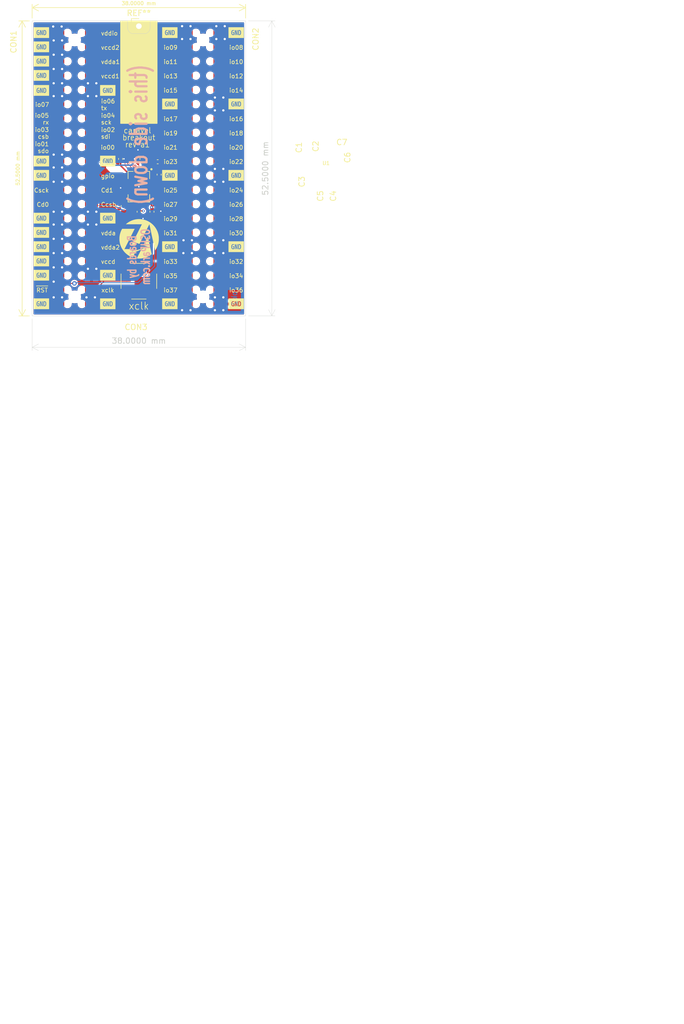
<source format=kicad_pcb>
(kicad_pcb (version 20211014) (generator pcbnew)
  (layers (0 "F.Cu" signal) (31 "B.Cu" signal) (34 "B.Paste" user) (35 "F.Paste" user) (36 "B.SilkS" user "B.Silkscreen") (37 "F.SilkS" user "F.Silkscreen") (38 "B.Mask" user) (39 "F.Mask" user) (44 "Edge.Cuts" user))
  (net 0 "")
  (net 1 "GND")
  (net 2 "vddio")
  (net 3 "vccd2")
  (net 4 "vccd1")
  (net 5 "vdda1")
  (net 6 "vdda2")
  (net 7 "mprj_io[18]")
  (net 8 "mprj_io[17]")
  (net 9 "mprj_io[16]")
  (net 10 "mprj_io[15]")
  (net 11 "mprj_io[14]")
  (net 12 "mprj_io[13]")
  (net 13 "mprj_io[12]")
  (net 14 "mprj_io[11]")
  (net 15 "mprj_io[10]")
  (net 16 "mprj_io[9]")
  (net 17 "mprj_io[8]")
  (net 18 "mprj_io[7]")
  (net 19 "mprj_io[6]_ser_tx")
  (net 20 "mprj_io[5]_ser_rx")
  (net 21 "mprj_io[0]")
  (net 22 "mprj_io[33]")
  (net 23 "mprj_io[32]")
  (net 24 "mprj_io[31]")
  (net 25 "mprj_io[30]")
  (net 26 "mprj_io[29]")
  (net 27 "mprj_io[28]")
  (net 28 "mprj_io[27]")
  (net 29 "mprj_io[26]")
  (net 30 "mprj_io[25]")
  (net 31 "mprj_io[24]")
  (net 32 "mprj_io[23]")
  (net 33 "mprj_io[22]")
  (net 34 "mprj_io[21]")
  (net 35 "mprj_io[20]")
  (net 36 "mprj_io[19]")
  (net 37 "mprj_io[4]_SCK")
  (net 38 "mprj_io[3]_CSB")
  (net 39 "mprj_io[2]_SDI")
  (net 40 "mprj_io[1]_SDO")
  (net 41 "gpio")
  (net 42 "Caravel_D0")
  (net 43 "Caravel_CSB")
  (net 44 "~{RST}")
  (net 45 "Caravel_D1")
  (net 46 "xclk")
  (net 47 "mprj_io[36]")
  (net 48 "mprj_io[37]")
  (net 49 "Caravel_SCK")
  (net 50 "mprj_io[34]")
  (net 51 "mprj_io[35]")
  (net 52 "vdda")
  (net 53 "vccd")
  (footprint "Caravel:Caravel_WCSP" (layer "F.Cu") (at 19 -23)
    (fp_text reference "U1")
    (fp_text value "Caravel")
  )
  (footprint "Capacitor_SMD:C_0402_1005Metric" (layer "F.Cu") (at 22.352 -27.432 180)
    (fp_text reference "C7")
    (fp_text value "0.1uf")
  )
  (footprint "Capacitor_SMD:C_0402_1005Metric" (layer "F.Cu") (at 15.748 -27.94 -90)
    (fp_text reference "C1")
    (fp_text value "0.1uf")
  )
  (footprint "Capacitor_SMD:C_0402_1005Metric" (layer "F.Cu") (at 18.84252 -27.94 90)
    (fp_text reference "C2")
    (fp_text value "0.1uf")
  )
  (footprint "Capacitor_SMD:C_0402_1005Metric" (layer "F.Cu") (at 22.606 -25.146 90)
    (fp_text reference "C6")
    (fp_text value "0.1uf")
  )
  (footprint "Capacitor_SMD:C_0402_1005Metric" (layer "F.Cu") (at 21.336 -18.542 90)
    (fp_text reference "C4")
    (fp_text value "0.1uf")
  )
  (footprint "Capacitor_SMD:C_0402_1005Metric" (layer "F.Cu") (at 15.494 -19.558 -90)
    (fp_text reference "C3")
    (fp_text value "0.1uf")
  )
  (footprint "Capacitor_SMD:C_0402_1005Metric" (layer "F.Cu") (at 19.05 -18.542 90)
    (fp_text reference "C5")
    (fp_text value "0.1uf")
  )
  (footprint "kibuzzard-6288F08E" (layer "F.Cu") (at 36.322 -12.319)
    (fp_text reference "kibuzzard-6288F08E" hide)
    (fp_text value "G***" hide)
  )
  (footprint "Caravel:REF-182665-01" (layer "F.Cu") (at 30.427401 -26.25 -90)
    (fp_text reference "CON2")
    (fp_text value "REF-182665-01")
  )
  (footprint "kibuzzard-6288F08E" (layer "F.Cu") (at 13.462 -17.399)
    (fp_text reference "kibuzzard-6288F08E" hide)
    (fp_text value "G***" hide)
  )
  (footprint "kibuzzard-6288F08E" (layer "F.Cu") (at 36.322 -25.019)
    (fp_text reference "kibuzzard-6288F08E" hide)
    (fp_text value "G***" hide)
  )
  (footprint "kibuzzard-6288F08E" (layer "F.Cu") (at 24.511 -12.319)
    (fp_text reference "kibuzzard-6288F08E" hide)
    (fp_text value "G***" hide)
  )
  (footprint "kibuzzard-6288F08E" (layer "F.Cu") (at 24.511 -25.019)
    (fp_text reference "kibuzzard-6288F08E" hide)
    (fp_text value "G***" hide)
  )
  (footprint "kibuzzard-6288F08E" (layer "F.Cu") (at 1.651 -2.159)
    (fp_text reference "kibuzzard-6288F08E" hide)
    (fp_text value "G***" hide)
  )
  (footprint "kibuzzard-6288F08E" (layer "F.Cu") (at 13.462 -27.559)
    (fp_text reference "kibuzzard-6288F08E" hide)
    (fp_text value "G***" hide)
  )
  (footprint "kibuzzard-6288F08E" (layer "F.Cu") (at 1.651 -50.419)
    (fp_text reference "kibuzzard-6288F08E" hide)
    (fp_text value "G***" hide)
  )
  (footprint "kibuzzard-6288F08E" (layer "F.Cu") (at 1.651 -27.559)
    (fp_text reference "kibuzzard-6288F08E" hide)
    (fp_text value "G***" hide)
  )
  (footprint "kibuzzard-6288F08E" (layer "F.Cu") (at 13.462 -7.239)
    (fp_text reference "kibuzzard-6288F08E" hide)
    (fp_text value "G***" hide)
  )
  (footprint "kibuzzard-6288F08E" (layer "F.Cu") (at 1.651 -17.399)
    (fp_text reference "kibuzzard-6288F08E" hide)
    (fp_text value "G***" hide)
  )
  (footprint "kibuzzard-6288F08E" (layer "F.Cu") (at 1.651 -40.132)
    (fp_text reference "kibuzzard-6288F08E" hide)
    (fp_text value "G***" hide)
  )
  (footprint "kibuzzard-6288F08E" (layer "F.Cu") (at 1.651 -25.019)
    (fp_text reference "kibuzzard-6288F08E" hide)
    (fp_text value "G***" hide)
  )
  (footprint "kibuzzard-6288F08E" (layer "F.Cu") (at 36.322 -2.159)
    (fp_text reference "kibuzzard-6288F08E" hide)
    (fp_text value "G***" hide)
  )
  (footprint "kibuzzard-6288F08E" (layer "F.Cu") (at 24.511 -50.419)
    (fp_text reference "kibuzzard-6288F08E" hide)
    (fp_text value "G***" hide)
  )
  (footprint "kibuzzard-6288F08E" (layer "F.Cu") (at 13.462 -2.159)
    (fp_text reference "kibuzzard-6288F08E" hide)
    (fp_text value "G***" hide)
  )
  (footprint "kibuzzard-6288F08E" (layer "F.Cu") (at 1.651 -7.239)
    (fp_text reference "kibuzzard-6288F08E" hide)
    (fp_text value "G***" hide)
  )
  (footprint "Caravel:Molex_73251-1352" (layer "F.Cu") (at 19 -6.174121)
    (fp_text reference "CON3")
    (fp_text value "73251-1352")
  )
  (footprint "kibuzzard-6288F08E" (layer "F.Cu") (at 1.651 -12.319)
    (fp_text reference "kibuzzard-6288F08E" hide)
    (fp_text value "G***" hide)
  )
  (footprint "kibuzzard-6288F08E" (layer "F.Cu") (at 36.322 -37.719)
    (fp_text reference "kibuzzard-6288F08E" hide)
    (fp_text value "G***" hide)
  )
  (footprint "kibuzzard-6288F08E" (layer "F.Cu") (at 1.651 -45.339)
    (fp_text reference "kibuzzard-6288F08E" hide)
    (fp_text value "G***" hide)
  )
  (footprint "kibuzzard-6288F08E" (layer "F.Cu") (at 1.651 -42.799)
    (fp_text reference "kibuzzard-6288F08E" hide)
    (fp_text value "G***" hide)
  )
  (footprint "kibuzzard-6288F08E" (layer "F.Cu") (at 24.511 -37.719)
    (fp_text reference "kibuzzard-6288F08E" hide)
    (fp_text value "G***" hide)
  )
  (footprint "Caravel:REF-182665-01" (layer "F.Cu") (at 7.567401 -26.25 -90)
    (fp_text reference "CON1")
    (fp_text value "REF-182665-01")
  )
  (footprint "kibuzzard-6288F08E" (layer "F.Cu") (at 1.651 -14.859)
    (fp_text reference "kibuzzard-6288F08E" hide)
    (fp_text value "G***" hide)
  )
  (footprint "kibuzzard-6288F08E" (layer "F.Cu") (at 13.462 -40.132)
    (fp_text reference "kibuzzard-6288F08E" hide)
    (fp_text value "G***" hide)
  )
  (footprint "kibuzzard-6288F08E" (layer "F.Cu") (at 24.511 -2.159)
    (fp_text reference "kibuzzard-6288F08E" hide)
    (fp_text value "G***" hide)
  )
  (footprint "kibuzzard-6288F08E" (layer "F.Cu") (at 1.651 -47.879)
    (fp_text reference "kibuzzard-6288F08E" hide)
    (fp_text value "G***" hide)
  )
  (footprint "kibuzzard-6288F08E" (layer "F.Cu") (at 1.651 -9.779)
    (fp_text reference "kibuzzard-6288F08E" hide)
    (fp_text value "G***" hide)
  )
  (footprint "Connector_PinHeader_2.54mm:PinHeader_1x01_P2.54mm_Vertical" (layer "F.Cu") (at 19 -51.562)
    (fp_text reference "REF**")
    (fp_text value "PinHeader_1x01_P2.54mm_Vertical")
  )
  (footprint "kibuzzard-6288F08E" (layer "F.Cu") (at 36.322 -50.419)
    (fp_text reference "kibuzzard-6288F08E" hide)
    (fp_text value "G***" hide)
  )
  (gr_line (start 14.45 -19.624121) (end 16.4 -18.724121) (layer "B.Cu") (width 0.2))
  (gr_line (start 11.9 -19.624121) (end 14.45 -19.624121) (layer "B.Cu") (width 0.2))
  (gr_poly (pts (xy 18.90591 -10.209499) (xy 18.772363 -10.214347) (xy 18.70585 -10.222539) (xy 18.639337 -10.230731) (xy 18.636543 -10.233525) (xy 18.63375 -10.236319) (xy 19.026157 -11.016545) (xy 19.418564 -11.796772) (xy 19.414536 -11.8008) (xy 19.410508 -11.804829) (xy 18.903648 -11.599398) (xy 18.396789 -11.393968) (xy 18.146819 -10.896766) (xy 17.896849 -10.399564) (xy 17.849621 -10.417215) (xy 17.802392 -10.434866) (xy 17.739134 -10.460003) (xy 17.675875 -10.485139) (xy 17.584501 -10.526825) (xy 17.493127 -10.568511) (xy 17.419324 -10.607857) (xy 17.345522 -10.647203) (xy 17.268206 -10.692852) (xy 17.190889 -10.738501) (xy 17.106544 -10.79475) (xy 17.022199 -10.850999) (xy 16.944882 -10.909031) (xy 16.867566 -10.967063) (xy 16.811336 -11.013785) (xy 16.755105 -11.060507) (xy 16.660217 -11.147499) (xy 16.565328 -11.234492) (xy 16.479754 -11.327974) (xy 16.39418 -11.421457) (xy 16.347289 -11.477686) (xy 16.300399 -11.533917) (xy 16.242315 -11.611233) (xy 16.184231 -11.68855) (xy 16.128112 -11.772895) (xy 16.071994 -11.85724) (xy 16.024026 -11.938071) (xy 15.976059 -12.018902) (xy 15.918737 -12.131362) (xy 15.861416 -12.243822) (xy 15.817839 -12.346867) (xy 15.774262 -12.449911) (xy 15.739034 -12.550058) (xy 15.703805 -12.650204) (xy 15.676149 -12.745736) (xy 15.648493 -12.841268) (xy 15.627937 -12.932642) (xy 15.607382 -13.024016) (xy 15.592614 -13.108361) (xy 15.577846 -13.192706) (xy 15.567798 -13.270023) (xy 15.55775 -13.347339) (xy 15.549324 -13.456997) (xy 15.540897 -13.566653) (xy 15.544596 -13.783835) (xy 15.548295 -14.001016) (xy 15.559522 -14.095904) (xy 15.57075 -14.190792) (xy 15.588937 -14.299739) (xy 15.607124 -14.408685) (xy 15.623852 -14.482487) (xy 15.64058 -14.556289) (xy 15.669129 -14.66015) (xy 15.697678 -14.764011) (xy 15.73507 -14.871013) (xy 15.772461 -14.978016) (xy 15.807969 -15.062361) (xy 15.843477 -15.146706) (xy 15.879449 -15.223516) (xy 15.91542 -15.300325) (xy 15.969069 -15.397478) (xy 16.022717 -15.494631) (xy 17.135766 -15.494631) (xy 18.248814 -15.494631) (xy 18.198782 -15.394471) (xy 18.14875 -15.294311) (xy 17.295538 -13.596109) (xy 16.442325 -11.897907) (xy 16.442325 -11.89342) (xy 16.442325 -11.888932) (xy 17.203691 -11.887143) (xy 17.965056 -11.885355) (xy 17.864782 -11.692064) (xy 17.764507 -11.498772) (xy 17.764121 -11.490899) (xy 17.763734 -11.483026) (xy 17.849837 -11.505675) (xy 17.935939 -11.528323) (xy 19.329518 -11.892626) (xy 20.723097 -12.256928) (xy 20.717701 -12.261723) (xy 20.712305 -12.266518) (xy 20.262463 -12.419679) (xy 19.812622 -12.57284) (xy 19.810956 -12.574003) (xy 19.80929 -12.575165) (xy 20.196389 -13.344321) (xy 20.583488 -14.113477) (xy 20.588179 -14.118424) (xy 20.59287 -14.123372) (xy 20.929677 -12.56858) (xy 21.266483 -11.013788) (xy 21.269087 -11.006182) (xy 21.27169 -10.998575) (xy 21.199347 -10.942357) (xy 21.127003 -10.886138) (xy 21.067258 -10.844082) (xy 21.007514 -10.802025) (xy 20.929413 -10.752257) (xy 20.851311 -10.702489) (xy 20.747829 -10.644751) (xy 20.644346 -10.587013) (xy 20.563975 -10.549104) (xy 20.483605 -10.511194) (xy 20.390606 -10.471903) (xy 20.297607 -10.432612) (xy 20.164061 -10.387988) (xy 20.030514 -10.343365) (xy 19.935625 -10.319023) (xy 19.840737 -10.294681) (xy 19.770449 -10.280298) (xy 19.700161 -10.265916) (xy 19.615816 -10.251723) (xy 19.531471 -10.237531) (xy 19.436583 -10.226688) (xy 19.341694 -10.215847) (xy 19.232748 -10.212256) (xy 19.123802 -10.208666) (xy 19.081629 -10.206659) (xy 19.039456 -10.204652) (xy 18.90591 -10.209499)) (layer "F.SilkS") (width 0.007028) (fill solid))
  (gr_rect (start 15.75 -52.5) (end 22.25 -34.25) (layer "F.SilkS") (width 0.12) (fill solid))
  (gr_poly (pts (xy 21.377142 -13.978174) (xy 20.875827 -16.306455) (xy 20.87314 -16.309384) (xy 20.870452 -16.312313) (xy 20.867837 -16.309384) (xy 20.865221 -16.306455) (xy 19.98818 -14.56332) (xy 19.111139 -12.820184) (xy 19.108928 -12.817498) (xy 19.106718 -12.814814) (xy 18.816068 -12.913459) (xy 18.525417 -13.012104) (xy 18.448698 -12.858156) (xy 18.371978 -12.704208) (xy 18.050931 -12.704208) (xy 17.729884 -12.704208) (xy 17.883135 -13.008203) (xy 18.036387 -13.312198) (xy 18.7892 -14.807952) (xy 19.542014 -16.303705) (xy 19.542014 -16.306821) (xy 19.542014 -16.309936) (xy 18.115233 -16.31171) (xy 16.688452 -16.313484) (xy 16.749385 -16.3662) (xy 16.810319 -16.418916) (xy 16.883009 -16.476631) (xy 16.9557 -16.534346) (xy 17.034636 -16.58921) (xy 17.113572 -16.644075) (xy 17.181064 -16.687185) (xy 17.248556 -16.730294) (xy 17.358631 -16.791472) (xy 17.468707 -16.852649) (xy 17.575805 -16.901995) (xy 17.682903 -16.951342) (xy 17.763734 -16.982906) (xy 17.844565 -17.01447) (xy 17.914853 -17.038499) (xy 17.98514 -17.062528) (xy 18.081994 -17.090622) (xy 18.178848 -17.118716) (xy 18.271771 -17.139841) (xy 18.364694 -17.160967) (xy 18.466611 -17.178003) (xy 18.568528 -17.195039) (xy 18.666931 -17.206351) (xy 18.765334 -17.217663) (xy 18.908067 -17.222505) (xy 19.0508 -17.227348) (xy 19.189292 -17.222571) (xy 19.327785 -17.217794) (xy 19.431029 -17.20648) (xy 19.534273 -17.195166) (xy 19.634789 -17.177672) (xy 19.735305 -17.160177) (xy 19.802079 -17.145973) (xy 19.868852 -17.13177) (xy 19.948503 -17.110496) (xy 20.028153 -17.089222) (xy 20.117193 -17.06094) (xy 20.206232 -17.032657) (xy 20.30815 -16.993643) (xy 20.410067 -16.954629) (xy 20.527744 -16.900172) (xy 20.645421 -16.845714) (xy 20.74915 -16.787456) (xy 20.85288 -16.729197) (xy 20.930196 -16.679957) (xy 21.007513 -16.630716) (xy 21.088344 -16.573205) (xy 21.169175 -16.515694) (xy 21.253519 -16.447552) (xy 21.337865 -16.37941) (xy 21.433954 -16.291251) (xy 21.530043 -16.203092) (xy 21.592752 -16.135285) (xy 21.65546 -16.067477) (xy 21.707526 -16.007582) (xy 21.759592 -15.947686) (xy 21.809615 -15.884578) (xy 21.859639 -15.82147) (xy 21.911736 -15.747668) (xy 21.963835 -15.673866) (xy 22.013505 -15.596549) (xy 22.063176 -15.519233) (xy 22.124736 -15.408439) (xy 22.186297 -15.297646) (xy 22.235226 -15.191294) (xy 22.284154 -15.084942) (xy 22.312403 -15.014037) (xy 22.340651 -14.943132) (xy 22.370975 -14.854602) (xy 22.401298 -14.766073) (xy 22.426197 -14.678754) (xy 22.451096 -14.591435) (xy 22.47203 -14.500061) (xy 22.492962 -14.408687) (xy 22.511106 -14.29974) (xy 22.529251 -14.190794) (xy 22.540479 -14.095906) (xy 22.551705 -14.001017) (xy 22.555404 -13.783836) (xy 22.559103 -13.566655) (xy 22.550678 -13.456998) (xy 22.54225 -13.347341) (xy 22.532268 -13.270739) (xy 22.522285 -13.194136) (xy 22.511295 -13.130164) (xy 22.500304 -13.066191) (xy 22.489734 -13.013475) (xy 22.479162 -12.960759) (xy 22.451095 -12.848299) (xy 22.423027 -12.735839) (xy 22.378383 -12.602292) (xy 22.33374 -12.468745) (xy 22.294449 -12.375746) (xy 22.255158 -12.282747) (xy 22.217248 -12.202376) (xy 22.179339 -12.122006) (xy 22.121479 -12.017739) (xy 22.06362 -11.913471) (xy 21.976519 -11.781682) (xy 21.889419 -11.649892) (xy 21.883938 -11.649892) (xy 21.878457 -11.649892) (xy 21.377142 -13.978174)) (layer "F.SilkS") (width 0.007028) (fill solid))
  (gr_line (start 0.762 -5.334) (end 2.794 -5.334) (layer "F.SilkS") (width 0.12))
  (gr_line (start 21 -52.5) (end 38 -52.5) (layer "Edge.Cuts") (width 0.05))
  (gr_arc (start 17.75 -50.25) (mid 17.21735 -50.631763) (end 17 -51.25) (layer "Edge.Cuts") (width 0.05))
  (gr_line (start 17 -52.5) (end 17 -51.25) (layer "Edge.Cuts") (width 0.05))
  (gr_line locked (start 0 0) (end 38 0) (layer "Edge.Cuts") (width 0.05))
  (gr_arc (start 21 -51.25) (mid 20.782649 -50.631763) (end 20.25 -50.25) (layer "Edge.Cuts") (width 0.05))
  (gr_line (start 0 -52.5) (end 17 -52.5) (layer "Edge.Cuts") (width 0.05))
  (gr_line (start 20.25 -50.25) (end 17.75 -50.25) (layer "Edge.Cuts") (width 0.05))
  (gr_line locked (start 0 -52.5) (end 0 0) (layer "Edge.Cuts") (width 0.05))
  (gr_line (start 21 -52.5) (end 21 -51.25) (layer "Edge.Cuts") (width 0.05))
  (gr_line locked (start 38 -52.5) (end 38 0) (layer "Edge.Cuts") (width 0.05))
  (gr_text "ok'22" (at 36 -2.75 90) (layer "B.Cu") (effects (font (size 1 0.75) (thickness 0.127)) (justify mirror)))
  (gr_text "(this side down)" (at 19 -32.25 90) (layer "B.SilkS") (effects (font (size 3 2) (thickness 0.4)) (justify mirror)))
  (gr_text "Boards by\nOSHPark.com" (at 19 -10.5 90) (layer "B.SilkS") (effects (font (size 1.5 1) (thickness 0.25)) (justify mirror)))
  (gr_text "vddio" (at 12.192 -50.292) (layer "F.SilkS") (effects (font (size 0.75 0.75) (thickness 0.12)) (justify left)))
  (gr_text "io36" (at 36.322 -4.572) (layer "F.SilkS") (effects (font (size 0.75 0.75) (thickness 0.12))))
  (gr_text "io18" (at 36.322 -32.512) (layer "F.SilkS") (effects (font (size 0.75 0.75) (thickness 0.12))))
  (gr_text "io23" (at 24.638 -27.432) (layer "F.SilkS") (effects (font (size 0.75 0.75) (thickness 0.12))))
  (gr_text "io34" (at 36.322 -7.112) (layer "F.SilkS") (effects (font (size 0.75 0.75) (thickness 0.12))))
  (gr_text "xclk" (at 13.462 -4.572) (layer "F.SilkS") (effects (font (size 0.75 0.75) (thickness 0.12))))
  (gr_text "io04\nsck" (at 12.192 -35.052) (layer "F.SilkS") (effects (font (size 0.75 0.75) (thickness 0.12)) (justify left)))
  (gr_text "io29" (at 24.638 -17.272) (layer "F.SilkS") (effects (font (size 0.75 0.75) (thickness 0.12))))
  (gr_text "gpio" (at 12.192 -24.892) (layer "F.SilkS") (effects (font (size 0.75 0.75) (thickness 0.12)) (justify left)))
  (gr_text "vdda2" (at 12.192 -12.192) (layer "F.SilkS") (effects (font (size 0.75 0.75) (thickness 0.12)) (justify left)))
  (gr_text "io01\nsdo" (at 3.048 -29.972) (layer "F.SilkS") (effects (font (size 0.75 0.75) (thickness 0.12)) (justify right)))
  (gr_text "io37" (at 24.638 -4.572) (layer "F.SilkS") (effects (font (size 0.75 0.75) (thickness 0.12))))
  (gr_text "io25" (at 24.638 -22.352) (layer "F.SilkS") (effects (font (size 0.75 0.75) (thickness 0.12))))
  (gr_text "io21" (at 24.638 -29.972) (layer "F.SilkS") (effects (font (size 0.75 0.75) (thickness 0.12))))
  (gr_text "vdda1" (at 12.192 -45.212) (layer "F.SilkS") (effects (font (size 0.75 0.75) (thickness 0.12)) (justify left)))
  (gr_text "vccd1" (at 12.192 -42.672) (layer "F.SilkS") (effects (font (size 0.75 0.75) (thickness 0.12)) (justify left)))
  (gr_text "vccd2" (at 12.192 -47.752) (layer "F.SilkS") (effects (font (size 0.75 0.75) (thickness 0.12)) (justify left)))
  (gr_text "Cd1" (at 12.192 -22.352) (layer "F.SilkS") (effects (font (size 0.75 0.75) (thickness 0.12)) (justify left)))
  (gr_text "caravel" (at 18.75 -33) (layer "F.SilkS") (effects (font (size 1 0.9) (thickness 0.12))))
  (gr_text "RST" (at 1.778 -4.572) (layer "F.SilkS") (effects (font (size 0.75 0.75) (thickness 0.12))))
  (gr_text "io08" (at 36.322 -47.752) (layer "F.SilkS") (effects (font (size 0.75 0.75) (thickness 0.12))))
  (gr_text "io35" (at 24.638 -7.112) (layer "F.SilkS") (effects (font (size 0.75 0.75) (thickness 0.12))))
  (gr_text "io14" (at 36.322 -40.132) (layer "F.SilkS") (effects (font (size 0.75 0.75) (thickness 0.12))))
  (gr_text "xclk" (at 19 -1.778) (layer "F.SilkS") (effects (font (size 1.3 1.2) (thickness 0.127))))
  (gr_text "io27" (at 24.638 -19.812) (layer "F.SilkS") (effects (font (size 0.75 0.75) (thickness 0.12))))
  (gr_text "io10" (at 36.322 -45.212) (layer "F.SilkS") (effects (font (size 0.75 0.75) (thickness 0.12))))
  (gr_text "io31" (at 24.638 -14.732) (layer "F.SilkS") (effects (font (size 0.75 0.75) (thickness 0.12))))
  (gr_text "io26" (at 36.322 -19.812) (layer "F.SilkS") (effects (font (size 0.75 0.75) (thickness 0.12))))
  (gr_text "io22" (at 36.322 -27.432) (layer "F.SilkS") (effects (font (size 0.75 0.75) (thickness 0.12))))
  (gr_text "vdda" (at 12.192 -14.732) (layer "F.SilkS") (effects (font (size 0.75 0.75) (thickness 0.12)) (justify left)))
  (gr_text "io24" (at 36.322 -22.352) (layer "F.SilkS") (effects (font (size 0.75 0.75) (thickness 0.12))))
  (gr_text "io12" (at 36.322 -42.672) (layer "F.SilkS") (effects (font (size 0.75 0.75) (thickness 0.12))))
  (gr_text "io02\nsdi" (at 12.192 -32.512) (layer "F.SilkS") (effects (font (size 0.75 0.75) (thickness 0.12)) (justify left)))
  (gr_text "rev a1" (at 18.75 -30.5) (layer "F.SilkS") (effects (font (size 1 0.9) (thickness 0.12))))
  (gr_text "Cd0" (at 3.048 -19.812) (layer "F.SilkS") (effects (font (size 0.75 0.75) (thickness 0.12)) (justify right)))
  (gr_text "io17" (at 24.638 -35.052) (layer "F.SilkS") (effects (font (size 0.75 0.75) (thickness 0.12))))
  (gr_text "io15" (at 24.638 -40.132) (layer "F.SilkS") (effects (font (size 0.75 0.75) (thickness 0.12))))
  (gr_text "Csck" (at 3.048 -22.352) (layer "F.SilkS") (effects (font (size 0.75 0.75) (thickness 0.12)) (justify right)))
  (gr_text "io32" (at 36.322 -9.652) (layer "F.SilkS") (effects (font (size 0.75 0.75) (thickness 0.12))))
  (gr_text "io06\ntx" (at 12.192 -37.592) (layer "F.SilkS") (effects (font (size 0.75 0.75) (thickness 0.12)) (justify left)))
  (gr_text "io30" (at 36.322 -14.732) (layer "F.SilkS") (effects (font (size 0.75 0.75) (thickness 0.12))))
  (gr_text "Ccsb" (at 12.192 -19.812) (layer "F.SilkS") (effects (font (size 0.75 0.75) (thickness 0.12)) (justify left)))
  (gr_text "vccd" (at 12.192 -9.652) (layer "F.SilkS") (effects (font (size 0.75 0.75) (thickness 0.12)) (justify left)))
  (gr_text "io07" (at 1.778 -37.592) (layer "F.SilkS") (effects (font (size 0.75 0.75) (thickness 0.12))))
  (gr_text "io13" (at 24.638 -42.672) (layer "F.SilkS") (effects (font (size 0.75 0.75) (thickness 0.12))))
  (gr_text "io19" (at 24.638 -32.512) (layer "F.SilkS") (effects (font (size 0.75 0.75) (thickness 0.12))))
  (gr_text "io09" (at 24.638 -47.752) (layer "F.SilkS") (effects (font (size 0.75 0.75) (thickness 0.12))))
  (gr_text "io28" (at 36.322 -17.272) (layer "F.SilkS") (effects (font (size 0.75 0.75) (thickness 0.12))))
  (gr_text "io16" (at 36.322 -35.052) (layer "F.SilkS") (effects (font (size 0.75 0.75) (thickness 0.12))))
  (gr_text "io00" (at 13.462 -29.972) (layer "F.SilkS") (effects (font (size 0.75 0.75) (thickness 0.12))))
  (gr_text "breakout" (at 19 -31.75) (layer "F.SilkS") (effects (font (size 1 0.9) (thickness 0.12))))
  (gr_text "io03\ncsb" (at 3.048 -32.512) (layer "F.SilkS") (effects (font (size 0.75 0.75) (thickness 0.12)) (justify right)))
  (gr_text "io20" (at 36.322 -29.972) (layer "F.SilkS") (effects (font (size 0.75 0.75) (thickness 0.12))))
  (gr_text "io05\nrx" (at 3.048 -35.052) (layer "F.SilkS") (effects (font (size 0.75 0.75) (thickness 0.12)) (justify right)))
  (gr_text "io11" (at 24.638 -45.212) (layer "F.SilkS") (effects (font (size 0.75 0.75) (thickness 0.12))))
  (gr_text "io33" (at 24.638 -9.652) (layer "F.SilkS") (effects (font (size 0.75 0.75) (thickness 0.12))))
  (dimension (type aligned) (layer "F.SilkS") (pts (xy 0 -52.5) (xy 0 0)) (height 1.777999) (gr_text "52.5000 mm" (at -2.539999 -26.25 90) (layer "F.SilkS") (effects (font (size 0.635 0.635) (thickness 0.127)))) (format (units 3) (units_format 1) (precision 4)) (style (thickness 0.12) (arrow_length 1.27) (text_position_mode 0) (extension_height 0.58642) (extension_offset 0.5) keep_text_aligned))
  (dimension (type aligned) (layer "F.SilkS") (pts (xy 0 -52.5) (xy 38 -52.5)) (height -2.364) (gr_text "38.0000 mm" (at 19 -55.626) (layer "F.SilkS") (effects (font (size 0.635 0.635) (thickness 0.127)))) (format (units 3) (units_format 1) (precision 4)) (style (thickness 0.12) (arrow_length 1.27) (text_position_mode 0) (extension_height 0.58642) (extension_offset 0.5) keep_text_aligned))
  (dimension (type aligned) (layer "Edge.Cuts") (pts (xy 0 0) (xy 38 0)) (height 5.587999) (gr_text "38.0000 mm" (at 19 4.437999) (layer "Edge.Cuts") (effects (font (size 1 1) (thickness 0.15)))) (format (units 3) (units_format 1) (precision 4)) (style (thickness 0.05) (arrow_length 1.27) (text_position_mode 0) (extension_height 0.58642) (extension_offset 0.5) keep_text_aligned))
  (dimension (type aligned) (layer "Edge.Cuts") (pts (xy 38 0) (xy 38 -52.5)) (height 4.672) (gr_text "52.5000 mm" (at 41.522 -26.25 90) (layer "Edge.Cuts") (effects (font (size 1 1) (thickness 0.15)))) (format (units 3) (units_format 1) (precision 4)) (style (thickness 0.05) (arrow_length 1.27) (text_position_mode 0) (extension_height 0.58642) (extension_offset 0.5) keep_text_aligned))
  (segment (start 19.25 -22.75) (end 19.1905 -22.8095) (width 0.1016) (layer "F.Cu") (net 1))
  (segment (start 18.997401 -23.497401) (end 18.75 -23.25) (width 0.1016) (layer "F.Cu") (net 1))
  (segment (start 22.425 -19.12) (end 22.905 -18.64) (width 0.254) (layer "F.Cu") (net 1))
  (segment (start 19 -23) (end 19.25 -23.25) (width 0.1524) (layer "F.Cu") (net 1))
  (segment (start 19 -23) (end 19.1905 -22.8095) (width 0.1524) (layer "F.Cu") (net 1))
  (segment (start 18.8349 -28.8201) (end 18.8349 -29.53796) (width 0.254) (layer "F.Cu") (net 1))
  (segment (start 19.352698 -24.00076) (end 19.14732 -24.00076) (width 0.1016) (layer "F.Cu") (net 1))
  (segment (start 19 -23) (end 18.75 -23.25) (width 0.1524) (layer "F.Cu") (net 1))
  (segment (start 19 -23) (end 18.75 -22.75) (width 0.1524) (layer "F.Cu") (net 1))
  (segment (start 18.75 -22.75) (end 17.75 -22.75) (width 0.1524) (layer "F.Cu") (net 1))
  (segment (start 19.75 -24.25) (end 19.601938 -24.25) (width 0.1016) (layer "F.Cu") (net 1))
  (segment (start 19.75 -22.25) (end 19.25 -22.75) (width 0.1524) (layer "F.Cu") (net 1))
  (segment (start 18.997401 -23.850841) (end 18.997401 -23.497401) (width 0.1016) (layer "F.Cu") (net 1))
  (segment (start 18.8349 -29.53796) (end 18.84252 -29.54558) (width 0.254) (layer "F.Cu") (net 1))
  (segment (start 17.75 -22.75) (end 15.785906 -22.75) (width 0.1524) (layer "F.Cu") (net 1))
  (segment (start 18.975 -17.34) (end 19.735 -17.34) (width 0.254) (layer "F.Cu") (net 1))
  (segment (start 19.14732 -24.00076) (end 18.997401 -23.850841) (width 0.1016) (layer "F.Cu") (net 1))
  (segment (start 19.601938 -24.25) (end 19.352698 -24.00076) (width 0.1016) (layer "F.Cu") (net 1))
  (segment (start 18.965 -28.69) (end 18.8349 -28.8201) (width 0.254) (layer "F.Cu") (net 1))
  (segment (start 15.785906 -22.75) (end 15.755167 -22.780739) (width 0.1524) (layer "F.Cu") (net 1))
  (segment (start 19.735 -17.34) (end 19.745 -17.33) (width 0.254) (layer "F.Cu") (net 1))
  (via (at 3.834 -26.416) (size 0.8) (drill 0.4) (layers "F.Cu" "B.Cu") (net 1))
  (via (at 34.036 -11.176) (size 0.8) (drill 0.4) (layers "F.Cu" "B.Cu") (net 1))
  (via (at 32.536 -13.462) (size 0.8) (drill 0.4) (layers "F.Cu" "B.Cu") (net 1))
  (via (at 3.834 -16.256) (size 0.8) (drill 0.4) (layers "F.Cu" "B.Cu") (net 1))
  (via (at 5.334 -49.022) (size 0.8) (drill 0.4) (layers "F.Cu" "B.Cu") (net 1))
  (via (at 28.448 -11.176) (size 0.8) (drill 0.4) (layers "F.Cu" "B.Cu") (net 1))
  (via (at 5.334 -16.256) (size 0.8) (drill 0.4) (layers "F.Cu" "B.Cu") (net 1))
  (via (at 5.334 -18.542) (size 0.8) (drill 0.4) (layers "F.Cu" "B.Cu") (net 1))
  (via (at 5.334 -23.876) (size 0.8) (drill 0.4) (layers "F.Cu" "B.Cu") (net 1))
  (via (at 9.676 -3.302) (size 0.8) (drill 0.4) (layers "F.Cu" "B.Cu") (net 1))
  (via (at 32.79 -51.562) (size 0.8) (drill 0.4) (layers "F.Cu" "B.Cu") (net 1))
  (via (at 34.036 -13.462) (size 0.8) (drill 0.4) (layers "F.Cu" "B.Cu") (net 1))
  (via (at 19.745 -17.33) (size 0.5) (drill 0.25) (layers "F.Cu" "B.Cu") (net 1))
  (via (at 26.924 -11.176) (size 0.8) (drill 0.4) (layers "F.Cu" "B.Cu") (net 1))
  (via (at 26.694 -49.276) (size 0.8) (drill 0.4) (layers "F.Cu" "B.Cu") (net 1))
  (via (at 11.43 -41.402) (size 0.8) (drill 0.4) (layers "F.Cu" "B.Cu") (net 1))
  (via (at 34.29 -49.276) (size 0.8) (drill 0.4) (layers "F.Cu" "B.Cu") (net 1))
  (via (at 32.536 -36.576) (size 0.8) (drill 0.4) (layers "F.Cu" "B.Cu") (net 1))
  (via (at 32.536 -26.162) (size 0.8) (drill 0.4) (layers "F.Cu" "B.Cu") (net 1))
  (via (at 5.334 -46.482) (size 0.8) (drill 0.4) (layers "F.Cu" "B.Cu") (net 1))
  (via (at 11.43 -8.382) (size 0.8) (drill 0.4) (layers "F.Cu" "B.Cu") (net 1))
  (via (at 3.834 -11.176) (size 0.8) (drill 0.4) (layers "F.Cu" "B.Cu") (net 1))
  (via (at 34.036 -26.162) (size 0.8) (drill 0.4) (layers "F.Cu" "B.Cu") (net 1))
  (via (at 5.334 -41.402) (size 0.8) (drill 0.4) (layers "F.Cu" "B.Cu") (net 1))
  (via (at 3.75 -51.5) (size 0.8) (drill 0.4) (layers "F.Cu" "B.Cu") (net 1))
  (via (at 28.448 -13.462) (size 0.8) (drill 0.4) (layers "F.Cu" "B.Cu") (net 1))
  (via (at 5.334 -26.416) (size 0.8) (drill 0.4) (layers "F.Cu" "B.Cu") (net 1))
  (via (at 5.334 -8.636) (size 0.8) (drill 0.4) (layers "F.Cu" "B.Cu") (net 1))
  (via (at 34.036 -38.862) (size 0.8) (drill 0.4) (layers "F.Cu" "B.Cu") (net 1))
  (via (at 34.036 -3.302) (size 0.8) (drill 0.4) (layers "F.Cu" "B.Cu") (net 1))
  (via (at 5.334 -3.302) (size 0.8) (drill 0.4) (layers "F.Cu" "B.Cu") (net 1))
  (via (at 34.036 -23.876) (size 0.8) (drill 0.4) (layers "F.Cu" "B.Cu") (net 1))
  (via (at 32.536 -11.176) (size 0.8) (drill 0.4) (layers "F.Cu" "B.Cu") (net 1))
  (via (at 3.834 -13.716) (size 0.8) (drill 0.4) (layers "F.Cu" "B.Cu") (net 1))
  (via (at 11.43 -39.116) (size 0.8) (drill 0.4) (layers "F.Cu" "B.Cu") (net 1))
  (via (at 9.93 -16.256) (size 0.8) (drill 0.4) (layers "F.Cu" "B.Cu") (net 1))
  (via (at 32.536 -38.862) (size 0.8) (drill 0.4) (layers "F.Cu" "B.Cu") (net 1))
  (via (at 3.834 -41.402) (size 0.8) (drill 0.4) (layers "F.Cu" "B.Cu") (net 1))
  (via (at 34.036 -1.016) (size 0.8) (drill 0.4) (layers "F.Cu" "B.Cu") (net 1))
  (via (at 5.334 -13.716) (size 0.8) (drill 0.4) (layers "F.Cu" "B.Cu") (net 1))
  (via (at 22.905 -18.64) (size 0.5) (drill 0.25) (layers "F.Cu" "B.Cu") (net 1))
  (via (at 9.93 -39.116) (size 0.8) (drill 0.4) (layers "F.Cu" "B.Cu") (net 1))
  (via (at 34.036 -36.576) (size 0.8) (drill 0.4) (layers "F.Cu" "B.Cu") (net 1))
  (via (at 11.176 -3.302) (size 0.8) (drill 0.4) (layers "F.Cu" "B.Cu") (net 1))
  (via (at 3.834 -6.096) (size 0.8) (drill 0.4) (layers "F.Cu" "B.Cu") (net 1))
  (via (at 5.334 -28.702) (size 0.8) (drill 0.4) (layers "F.Cu" "B.Cu") (net 1))
  (via (at 11.43 -18.542) (size 0.8) (drill 0.4) (layers "F.Cu" "B.Cu") (net 1))
  (via (at 9.93 -18.542) (size 0.8) (drill 0.4) (layers "F.Cu" "B.Cu") (net 1))
  (via (at 32.536 -1.016) (size 0.8) (drill 0.4) (layers "F.Cu" "B.Cu") (net 1))
  (via (at 28.194 -1.016) (size 0.8) (drill 0.4) (layers "F.Cu" "B.Cu") (net 1))
  (via (at 3.834 -28.702) (size 0.8) (drill 0.4) (layers "F.Cu" "B.Cu") (net 1))
  (via (at 3.834 -23.876) (size 0.8) (drill 0.4) (layers "F.Cu" "B.Cu") (net 1))
  (via (at 9.93 -8.382) (size 0.8) (drill 0.4) (layers "F.Cu" "B.Cu") (net 1))
  (via (at 3.834 -43.942) (size 0.8) (drill 0.4) (layers "F.Cu" "B.Cu") (net 1))
  (via (at 19 -23) (size 0.5) (drill 0.25) (layers "F.Cu" "B.Cu") (net 1))
  (via (at 28.194 -49.276) (size 0.8) (drill 0.4) (layers "F.Cu" "B.Cu") (net 1))
  (via (at 32.536 -3.302) (size 0.8) (drill 0.4) (layers "F.Cu" "B.Cu") (net 1))
  (via (at 28.194 -51.562) (size 0.8) (drill 0.4) (layers "F.Cu" "B.Cu") (net 1))
  (via (at 3.834 -18.542) (size 0.8) (drill 0.4) (layers "F.Cu" "B.Cu") (net 1))
  (via (at 3.834 -3.302) (size 0.8) (drill 0.4) (layers "F.Cu" "B.Cu") (net 1))
  (via (at 5.334 -39.116) (size 0.8) (drill 0.4) (layers "F.Cu" "B.Cu") (net 1))
  (via (at 3.834 -39.116) (size 0.8) (drill 0.4) (layers "F.Cu" "B.Cu") (net 1))
  (via (at 32.79 -49.276) (size 0.8) (drill 0.4) (layers "F.Cu" "B.Cu") (net 1))
  (via (at 3.834 -46.482) (size 0.8) (drill 0.4) (layers "F.Cu" "B.Cu") (net 1))
  (via (at 18.84252 -29.54558) (size 0.5) (drill 0.25) (layers "F.Cu" "B.Cu") (net 1))
  (via (at 5.334 -11.176) (size 0.8) (drill 0.4) (layers "F.Cu" "B.Cu") (net 1))
  (via (at 5.25 -51.5) (size 0.8) (drill 0.4) (layers "F.Cu" "B.Cu") (net 1))
  (via (at 32.536 -23.876) (size 0.8) (drill 0.4) (layers "F.Cu" "B.Cu") (net 1))
  (via (at 11.43 -16.256) (size 0.8) (drill 0.4) (layers "F.Cu" "B.Cu") (net 1))
  (via (at 3.834 -8.636) (size 0.8) (drill 0.4) (layers "F.Cu" "B.Cu") (net 1))
  (via (at 5.334 -43.942) (size 0.8) (drill 0.4) (layers "F.Cu" "B.Cu") (net 1))
  (via (at 9.93 -41.402) (size 0.8) (drill 0.4) (layers "F.Cu" "B.Cu") (net 1))
  (via (at 26.694 -1.016) (size 0.8) (drill 0.4) (layers "F.Cu" "B.Cu") (net 1))
  (via (at 3.834 -49.022) (size 0.8) (drill 0.4) (layers "F.Cu" "B.Cu") (net 1))
  (via (at 34.29 -51.562) (size 0.8) (drill 0.4) (layers "F.Cu" "B.Cu") (net 1))
  (via (at 15.755167 -22.780739) (size 0.5) (drill 0.25) (layers "F.Cu" "B.Cu") (net 1))
  (via (at 26.694 -51.562) (size 0.8) (drill 0.4) (layers "F.Cu" "B.Cu") (net 1))
  (via (at 26.948 -13.462) (size 0.8) (drill 0.4) (layers "F.Cu" "B.Cu") (net 1))
  (segment (start 17.367401 -50.304121) (end 19.997401 -47.674121) (width 0.1016) (layer "F.Cu") (net 2))
  (segment (start 10.567401 -50.304121) (end 17.367401 -50.304121) (width 0.1016) (layer "F.Cu") (net 2))
  (segment (start 19.997401 -24.145084) (end 19.997401 -24.358083) (width 0.1016) (layer "F.Cu") (net 2))
  (segment (start 20.141917 -24.502599) (end 20.725184 -24.502599) (width 0.1016) (layer "F.Cu") (net 2))
  (segment (start 19.38932 -23.75) (end 19.641919 -24.002599) (width 0.1016) (layer "F.Cu") (net 2))
  (segment (start 20.725184 -24.502599) (end 20.888792 -24.666208) (width 0.1016) (layer "F.Cu") (net 2))
  (segment (start 19.641919 -24.002599) (end 19.854916 -24.002599) (width 0.1016) (layer "F.Cu") (net 2))
  (segment (start 19.997401 -24.358083) (end 20.141917 -24.502599) (width 0.1016) (layer "F.Cu") (net 2))
  (segment (start 19.25 -23.75) (end 19.38932 -23.75) (width 0.1016) (layer "F.Cu") (net 2))
  (segment (start 19.997401 -47.674121) (end 21.997401 -45.674121) (width 0.1016) (layer "F.Cu") (net 2))
  (segment (start 19.854916 -24.002599) (end 19.997401 -24.145084) (width 0.1016) (layer "F.Cu") (net 2))
  (segment (start 10.567401 -47.764121) (end 10.657401 -47.674121) (width 0.1016) (layer "F.Cu") (net 3))
  (segment (start 15.497401 -47.674121) (end 19.997401 -43.174121) (width 0.1016) (layer "F.Cu") (net 3))
  (segment (start 21.286811 -25.111811) (end 20.776811 -25.111811) (width 0.254) (layer "F.Cu") (net 3))
  (segment (start 20.25 -24.75) (end 20.415 -24.75) (width 0.1016) (layer "F.Cu") (net 3))
  (segment (start 20.415 -24.75) (end 20.776811 -25.111811) (width 0.1016) (layer "F.Cu") (net 3))
  (segment (start 21.7 -25.525) (end 21.286811 -25.111811) (width 0.254) (layer "F.Cu") (net 3))
  (segment (start 10.657401 -47.674121) (end 15.497401 -47.674121) (width 0.1016) (layer "F.Cu") (net 3))
  (segment (start 14.487401 -42.684121) (end 15.997401 -41.174121) (width 0.1016) (layer "F.Cu") (net 4))
  (segment (start 10.567401 -42.684121) (end 14.487401 -42.684121) (width 0.1016) (layer "F.Cu") (net 4))
  (segment (start 16.35 -27.95) (end 15.748 -27.348) (width 0.254) (layer "F.Cu") (net 4))
  (segment (start 17.75 -24.75) (end 17.4075 -25.0925) (width 0.1016) (layer "F.Cu") (net 4))
  (segment (start 15.748 -26.752) (end 17.4075 -25.0925) (width 0.254) (layer "F.Cu") (net 4))
  (segment (start 15.748 -27.348) (end 15.748 -26.752) (width 0.254) (layer "F.Cu") (net 4))
  (via (at 16.35 -27.95) (size 0.5) (drill 0.25) (layers "F.Cu" "B.Cu") (net 4))
  (segment (start 12.223663 -27.95) (end 11.74488 -27.471217) (width 0.254) (layer "B.Cu") (net 4))
  (segment (start 11.74488 -27.471217) (end 11.74488 -25.729241) (width 0.254) (layer "B.Cu") (net 4))
  (segment (start 16.35 -27.95) (end 12.223663 -27.95) (width 0.254) (layer "B.Cu") (net 4))
  (segment (start 11.74488 -25.729241) (end 12.35 -25.124121) (width 0.254) (layer "B.Cu") (net 4))
  (segment (start 14.947401 -45.224121) (end 16.497401 -43.674121) (width 0.1016) (layer "F.Cu") (net 5))
  (segment (start 18.225 -27.585) (end 18.84252 -26.96748) (width 0.254) (layer "F.Cu") (net 5))
  (segment (start 18.225 -27.95) (end 18.225 -27.585) (width 0.254) (layer "F.Cu") (net 5))
  (segment (start 18.75 -23.890823) (end 18.75 -23.75) (width 0.1016) (layer "F.Cu") (net 5))
  (segment (start 18.996911 -27.305609) (end 18.996911 -24.137734) (width 0.1016) (layer "F.Cu") (net 5))
  (segment (start 18.225 -27.95) (end 18.35252 -27.95) (width 0.1016) (layer "F.Cu") (net 5))
  (segment (start 16.497401 -43.674121) (end 17.997401 -42.174121) (width 0.1016) (layer "F.Cu") (net 5))
  (segment (start 10.567401 -45.224121) (end 14.947401 -45.224121) (width 0.1016) (layer "F.Cu") (net 5))
  (segment (start 18.35252 -27.95) (end 18.996911 -27.305609) (width 0.1016) (layer "F.Cu") (net 5))
  (segment (start 18.996911 -24.137734) (end 18.75 -23.890823) (width 0.1016) (layer "F.Cu") (net 5))
  (via (at 18.225 -27.95) (size 0.5) (drill 0.25) (layers "F.Cu" "B.Cu") (net 5))
  (segment (start 17.595879 -26.824121) (end 12.6 -26.824121) (width 0.254) (layer "B.Cu") (net 5))
  (segment (start 12.6 -26.824121) (end 12.1 -27.324121) (width 0.254) (layer "B.Cu") (net 5))
  (segment (start 17.625 -26.795) (end 17.595879 -26.824121) (width 0.254) (layer "B.Cu") (net 5))
  (segment (start 18.225 -27.95) (end 18.225 -27.395) (width 0.254) (layer "B.Cu") (net 5))
  (segment (start 18.225 -27.395) (end 17.625 -26.795) (width 0.254) (layer "B.Cu") (net 5))
  (segment (start 19.795 -18.674121) (end 19.010198 -18.674121) (width 0.254) (layer "F.Cu") (net 6))
  (segment (start 19.002599 -18.68172) (end 19.002599 -20.102401) (width 0.254) (layer "F.Cu") (net 6))
  (segment (start 19.25 -22.25) (end 19.002599 -22.002599) (width 0.1016) (layer "F.Cu") (net 6))
  (segment (start 19.010198 -18.674121) (end 19.002599 -18.68172) (width 0.254) (layer "F.Cu") (net 6))
  (segment (start 19.002599 -22.002599) (end 19.002599 -20.102401) (width 0.1016) (layer "F.Cu") (net 6))
  (via (at 19.795 -18.674121) (size 0.5) (drill 0.25) (layers "F.Cu" "B.Cu") (net 6))
  (segment (start 18.746 -25.254) (end 18.75 -25.25) (width 0.1016) (layer "F.Cu") (net 7))
  (segment (start 18.75 -25.25) (end 18.75 -26.464444) (width 0.1016) (layer "F.Cu") (net 7))
  (segment (start 18.75 -26.464444) (end 18.275 -26.939444) (width 0.1016) (layer "F.Cu") (net 7))
  (segment (start 18.75 -24.75) (end 18.497401 -25.002599) (width 0.1016) (layer "F.Cu") (net 8))
  (segment (start 18.497401 -26.42966) (end 17.985 -26.942061) (width 0.1016) (layer "F.Cu") (net 8))
  (segment (start 18.497401 -25.002599) (end 18.497401 -26.42966) (width 0.1016) (layer "F.Cu") (net 8))
  (segment (start 18.101564 -26.489236) (end 17.725 -26.8658) (width 0.1016) (layer "F.Cu") (net 9))
  (segment (start 18.25 -26.350236) (end 18.111 -26.489236) (width 0.1016) (layer "F.Cu") (net 9))
  (segment (start 18.25 -25.25) (end 18.25 -26.350236) (width 0.1016) (layer "F.Cu") (net 9))
  (segment (start 18.111 -26.489236) (end 18.101564 -26.489236) (width 0.1016) (layer "F.Cu") (net 9))
  (segment (start 17.75 -25.25) (end 17.75 -25.535) (width 0.1016) (layer "F.Cu") (net 10))
  (segment (start 16.53668 -26.74832) (end 16.53668 -27.24957) (width 0.1016) (layer "F.Cu") (net 10))
  (segment (start 16.53668 -27.24957) (end 16.875 -27.58789) (width 0.1016) (layer "F.Cu") (net 10))
  (segment (start 17.75 -25.535) (end 16.53668 -26.74832) (width 0.1016) (layer "F.Cu") (net 10))
  (segment (start 16.875 -29.57) (end 16.195 -30.25) (width 0.1016) (layer "F.Cu") (net 10))
  (segment (start 16.875 -27.58789) (end 16.875 -29.57) (width 0.1016) (layer "F.Cu") (net 10))
  (segment (start 18.002599 -26.072401) (end 16.9344 -27.1406) (width 0.1016) (layer "F.Cu") (net 11))
  (segment (start 18.002599 -24.997401) (end 18.002599 -26.072401) (width 0.1016) (layer "F.Cu") (net 11))
  (segment (start 18.25 -24.75) (end 18.002599 -24.997401) (width 0.1016) (layer "F.Cu") (net 11))
  (segment (start 16.9344 -27.1406) (end 16.9344 -27.1656) (width 0.1016) (layer "F.Cu") (net 11))
  (segment (start 18.216599 -24.502599) (end 16.542401 -24.502599) (width 0.1016) (layer "F.Cu") (net 12))
  (segment (start 18.75 -24.25) (end 18.497401 -24.502599) (width 0.1016) (layer "F.Cu") (net 12))
  (segment (start 18.477213 -24.502599) (end 18.137481 -24.502599) (width 0.1016) (layer "F.Cu") (net 12))
  (segment (start 18.368753 -24.502599) (end 18.216599 -24.502599) (width 0.1016) (layer "F.Cu") (net 12))
  (segment (start 18.497401 -24.502599) (end 18.216599 -24.502599) (width 0.1016) (layer "F.Cu") (net 12))
  (segment (start 17.75 -24.25) (end 16.507618 -24.25) (width 0.1016) (layer "F.Cu") (net 13))
  (segment (start 18.25 -24.25) (end 18.002599 -24.002599) (width 0.1016) (layer "F.Cu") (net 14))
  (segment (start 18.002599 -24.002599) (end 16.467637 -24.002599) (width 0.1016) (layer "F.Cu") (net 14))
  (segment (start 17.75 -23.75) (end 16.432854 -23.75) (width 0.1016) (layer "F.Cu") (net 15))
  (segment (start 18.25 -23.75) (end 18.002599 -23.502599) (width 0.1016) (layer "F.Cu") (net 16))
  (segment (start 18.002599 -23.502599) (end 16.392873 -23.502599) (width 0.1016) (layer "F.Cu") (net 16))
  (segment (start 17.75 -23.25) (end 16.315 -23.25) (width 0.1016) (layer "F.Cu") (net 17))
  (segment (start 18 -23) (end 16.105 -23) (width 0.1016) (layer "F.Cu") (net 18))
  (segment (start 18.25 -23.25) (end 18 -23) (width 0.1016) (layer "F.Cu") (net 18))
  (segment (start 17.75 -22.25) (end 16.133885 -22.25) (width 0.1016) (layer "F.Cu") (net 19))
  (segment (start 18.002599 -22.002599) (end 16.173869 -22.0026) (width 0.1016) (layer "F.Cu") (net 20))
  (segment (start 18.25 -22.25) (end 18.002599 -22.002599) (width 0.1016) (layer "F.Cu") (net 20))
  (segment (start 18.25 -22.25) (end 18.114423 -22.114423) (width 0.1016) (layer "F.Cu") (net 20))
  (segment (start 18.497401 -22.502599) (end 16.05942 -22.502599) (width 0.1016) (layer "F.Cu") (net 21))
  (segment (start 18.75 -22.25) (end 18.497401 -22.502599) (width 0.1016) (layer "F.Cu") (net 21))
  (segment (start 24.42148 -12.55352) (end 24.42148 -19.390042) (width 0.1524) (layer "F.Cu") (net 22))
  (segment (start 27.310879 -9.664121) (end 24.42148 -12.55352) (width 0.1524) (layer "F.Cu") (net 22))
  (segment (start 24.42148 -19.390042) (end 22.927401 -20.884121) (width 0.1524) (layer "F.Cu") (net 22))
  (segment (start 20.002599 -22.148761) (end 20.002599 -22.368753) (width 0.1016) (layer "F.Cu") (net 22))
  (segment (start 19.25 -21.75) (end 19.497401 -21.997401) (width 0.1016) (layer "F.Cu") (net 22))
  (segment (start 22.927401 -20.884121) (end 22.897401 -20.884121) (width 0.1524) (layer "F.Cu") (net 22))
  (segment (start 19.851239 -21.997401) (end 20.002599 -22.148761) (width 0.1016) (layer "F.Cu") (net 22))
  (segment (start 19.497401 -21.997401) (end 19.851239 -21.997401) (width 0.1016) (layer "F.Cu") (net 22))
  (segment (start 27.427401 -9.664121) (end 27.310879 -9.664121) (width 0.1524) (layer "F.Cu") (net 22))
  (segment (start 20.002599 -22.368753) (end 20.131247 -22.497401) (width 0.1016) (layer "F.Cu") (net 22))
  (segment (start 20.131247 -22.497401) (end 21.452401 -22.497401) (width 0.1016) (layer "F.Cu") (net 22))
  (segment (start 24.9 -11.451522) (end 24.075 -12.276522) (width 0.1524) (layer "F.Cu") (net 23))
  (segment (start 33.427401 -9.664121) (end 32.427401 -8.664121) (width 0.1524) (layer "F.Cu") (net 23))
  (segment (start 26.057401 -8.664121) (end 24.9 -9.821522) (width 0.1524) (layer "F.Cu") (net 23))
  (segment (start 32.427401 -8.664121) (end 26.057401 -8.664121) (width 0.1524) (layer "F.Cu") (net 23))
  (segment (start 24.075 -12.276522) (end 24.075 -19.186522) (width 0.1524) (layer "F.Cu") (net 23))
  (segment (start 21.515 -22.25) (end 20.25 -22.25) (width 0.1016) (layer "F.Cu") (net 23))
  (segment (start 24.9 -9.821522) (end 24.9 -11.451522) (width 0.1524) (layer "F.Cu") (net 23))
  (segment (start 22.807401 -20.454121) (end 22.807401 -20.514121) (width 0.1524) (layer "F.Cu") (net 23))
  (segment (start 24.075 -19.186522) (end 22.807401 -20.454121) (width 0.1524) (layer "F.Cu") (net 23))
  (segment (start 24.675 -19.666522) (end 22.227401 -22.114121) (width 0.1524) (layer "F.Cu") (net 24))
  (segment (start 24.675 -15.376522) (end 24.675 -19.666522) (width 0.1524) (layer "F.Cu") (net 24))
  (segment (start 20.25 -22.75) (end 21.409444 -22.75) (width 0.1016) (layer "F.Cu") (net 24))
  (segment (start 25.307401 -14.744121) (end 24.675 -15.376522) (width 0.1524) (layer "F.Cu") (net 24))
  (segment (start 27.427401 -14.744121) (end 25.307401 -14.744121) (width 0.1524) (layer "F.Cu") (net 24))
  (segment (start 25.317401 -15.824121) (end 24.975 -16.166522) (width 0.1524) (layer "F.Cu") (net 25))
  (segment (start 24.975 -19.826522) (end 22.577401 -22.224121) (width 0.1524) (layer "F.Cu") (net 25))
  (segment (start 24.975 -16.166522) (end 24.975 -19.826522) (width 0.1524) (layer "F.Cu") (net 25))
  (segment (start 33.427401 -14.744121) (end 32.347401 -15.824121) (width 0.1524) (layer "F.Cu") (net 25))
  (segment (start 19.75 -22.75) (end 19.997401 -22.997401) (width 0.1016) (layer "F.Cu") (net 25))
  (segment (start 32.347401 -15.824121) (end 25.317401 -15.824121) (width 0.1524) (layer "F.Cu") (net 25))
  (segment (start 19.997401 -22.997401) (end 21.369462 -22.997401) (width 0.1016) (layer "F.Cu") (net 25))
  (segment (start 27.427401 -17.284121) (end 26.097401 -17.284121) (width 0.1524) (layer "F.Cu") (net 26))
  (segment (start 26.097401 -17.284121) (end 25.325 -18.056522) (width 0.1524) (layer "F.Cu") (net 26))
  (segment (start 25.325 -18.056522) (end 25.325 -19.835054) (width 0.1524) (layer "F.Cu") (net 26))
  (segment (start 22.575933 -22.584121) (end 22.487401 -22.584121) (width 0.1524) (layer "F.Cu") (net 26))
  (segment (start 25.325 -19.835054) (end 22.575933 -22.584121) (width 0.1524) (layer "F.Cu") (net 26))
  (segment (start 21.334678 -23.25) (end 20.25 -23.25) (width 0.1016) (layer "F.Cu") (net 26))
  (segment (start 33.427401 -17.284121) (end 31.997401 -18.714121) (width 0.1524) (layer "F.Cu") (net 27))
  (segment (start 22.627401 -23.064121) (end 22.517401 -23.064121) (width 0.1524) (layer "F.Cu") (net 27))
  (segment (start 26.510879 -18.714121) (end 25.675 -19.55) (width 0.1524) (layer "F.Cu") (net 27))
  (segment (start 19.997401 -23.497401) (end 19.75 -23.25) (width 0.1016) (layer "F.Cu") (net 27))
  (segment (start 31.997401 -18.714121) (end 26.510879 -18.714121) (width 0.1524) (layer "F.Cu") (net 27))
  (segment (start 25.675 -19.55) (end 25.675 -20.016522) (width 0.1524) (layer "F.Cu") (net 27))
  (segment (start 25.675 -20.016522) (end 22.627401 -23.064121) (width 0.1524) (layer "F.Cu") (net 27))
  (segment (start 21.294696 -23.497401) (end 19.997401 -23.497401) (width 0.1016) (layer "F.Cu") (net 27))
  (segment (start 26.500879 -19.824121) (end 22.880879 -23.444121) (width 0.1524) (layer "F.Cu") (net 28))
  (segment (start 22.880879 -23.444121) (end 22.587401 -23.444121) (width 0.1524) (layer "F.Cu") (net 28))
  (segment (start 27.427401 -19.824121) (end 26.500879 -19.824121) (width 0.1524) (layer "F.Cu") (net 28))
  (segment (start 21.259912 -23.75) (end 20.25 -23.75) (width 0.1016) (layer "F.Cu") (net 28))
  (segment (start 25.727401 -21.374121) (end 23.317401 -23.784121) (width 0.1524) (layer "F.Cu") (net 29))
  (segment (start 30.167401 -21.184121) (end 25.917401 -21.184121) (width 0.1524) (layer "F.Cu") (net 29))
  (segment (start 23.317401 -23.784121) (end 22.927401 -23.784121) (width 0.1524) (layer "F.Cu") (net 29))
  (segment (start 21.223289 -24.00076) (end 20.140459 -24.00076) (width 0.1016) (layer "F.Cu") (net 29))
  (segment (start 33.427401 -19.824121) (end 32.067401 -21.184121) (width 0.1524) (layer "F.Cu") (net 29))
  (segment (start 20.140459 -24.00076) (end 19.889699 -23.75) (width 0.1016) (layer "F.Cu") (net 29))
  (segment (start 25.917401 -21.184121) (end 25.727401 -21.374121) (width 0.1524) (layer "F.Cu") (net 29))
  (segment (start 32.067401 -21.184121) (end 30.167401 -21.184121) (width 0.1524) (layer "F.Cu") (net 29))
  (segment (start 19.889699 -23.75) (end 19.75 -23.75) (width 0.1016) (layer "F.Cu") (net 29))
  (segment (start 20.25 -24.25) (end 21.185146 -24.25) (width 0.1016) (layer "F.Cu") (net 30))
  (segment (start 25.707401 -24.084121) (end 23.227401 -24.084121) (width 0.1524) (layer "F.Cu") (net 30))
  (segment (start 27.427401 -22.364121) (end 25.707401 -24.084121) (width 0.1524) (layer "F.Cu") (net 30))
  (segment (start 32.865148 -22.364121) (end 32.523122 -22.706147) (width 0.1524) (layer "F.Cu") (net 31))
  (segment (start 19.497401 -24.497401) (end 19.849338 -24.497401) (width 0.1016) (layer "F.Cu") (net 31))
  (segment (start 19.997401 -24.645463) (end 19.997401 -24.858461) (width 0.1016) (layer "F.Cu") (net 31))
  (segment (start 20.368753 -25.002599) (end 20.497401 -25.131247) (width 0.1016) (layer "F.Cu") (net 31))
  (segment (start 19.25 -24.25) (end 19.497401 -24.497401) (width 0.1016) (layer "F.Cu") (net 31))
  (segment (start 30.710879 -23.564121) (end 30.7 -23.575) (width 0.1524) (layer "F.Cu") (net 31))
  (segment (start 32.523122 -22.782026) (end 31.741027 -23.564121) (width 0.1524) (layer "F.Cu") (net 31))
  (segment (start 19.997401 -24.858461) (end 20.141539 -25.002599) (width 0.1016) (layer "F.Cu") (net 31))
  (segment (start 33.427401 -22.364121) (end 32.865148 -22.364121) (width 0.1524) (layer "F.Cu") (net 31))
  (segment (start 19.849338 -24.497401) (end 19.997401 -24.645463) (width 0.1016) (layer "F.Cu") (net 31))
  (segment (start 31.741027 -23.564121) (end 30.710879 -23.564121) (width 0.1524) (layer "F.Cu") (net 31))
  (segment (start 32.523122 -22.706147) (end 32.523122 -22.782026) (width 0.1524) (layer "F.Cu") (net 31))
  (segment (start 20.141539 -25.002599) (end 20.368753 -25.002599) (width 0.1016) (layer "F.Cu") (net 31))
  (segment (start 21.125 -27.65) (end 21.125 -27) (width 0.1524) (layer "F.Cu") (net 32))
  (segment (start 21.55 -28.075) (end 21.225 -27.75) (width 0.1524) (layer "F.Cu") (net 32))
  (segment (start 26.425 -27.9) (end 26.25 -28.075) (width 0.1524) (layer "F.Cu") (net 32))
  (segment (start 26.25 -28.075) (end 24.6 -28.075) (width 0.1524) (layer "F.Cu") (net 32))
  (segment (start 20.25 -25.25) (end 20.289387 -25.289387) (width 0.1016) (layer "F.Cu") (net 32))
  (segment (start 26.805 -27.52) (end 26.425 -27.9) (width 0.1524) (layer "F.Cu") (net 32))
  (segment (start 24.6 -28.075) (end 21.55 -28.075) (width 0.1524) (layer "F.Cu") (net 32))
  (segment (start 21.225 -27.75) (end 21.125 -27.65) (width 0.1524) (layer "F.Cu") (net 32))
  (segment (start 27.427401 -27.52) (end 26.805 -27.52) (width 0.1524) (layer "F.Cu") (net 32))
  (segment (start 33.427401 -27.52) (end 33.13 -27.52) (width 0.1524) (layer "F.Cu") (net 33))
  (segment (start 19.997401 -26.252401) (end 20.086176 -26.341176) (width 0.1016) (layer "F.Cu") (net 33))
  (segment (start 20.85 -27.875) (end 20.85 -26.975) (width 0.1524) (layer "F.Cu") (net 33))
  (segment (start 19.75 -24.75) (end 19.75 -24.898442) (width 0.1016) (layer "F.Cu") (net 33))
  (segment (start 19.75 -24.898442) (end 19.997401 -25.145843) (width 0.1016) (layer "F.Cu") (net 33))
  (segment (start 33.13 -27.52) (end 32.15 -28.5) (width 0.1524) (layer "F.Cu") (net 33))
  (segment (start 32.15 -28.5) (end 21.475 -28.5) (width 0.1524) (layer "F.Cu") (net 33))
  (segment (start 21.475 -28.5) (end 20.85 -27.875) (width 0.1524) (layer "F.Cu") (net 33))
  (segment (start 19.997401 -25.145843) (end 19.997401 -26.252401) (width 0.1016) (layer "F.Cu") (net 33))
  (segment (start 19.75 -25.25) (end 19.75 -26.325) (width 0.1016) (layer "F.Cu") (net 34))
  (segment (start 19.75 -26.325) (end 19.880999 -26.455999) (width 0.1016) (layer "F.Cu") (net 34))
  (segment (start 19.502599 -25.002599) (end 19.502599 -26.429661) (width 0.1016) (layer "F.Cu") (net 35))
  (segment (start 19.502599 -26.429661) (end 19.635 -26.562062) (width 0.1016) (layer "F.Cu") (net 35))
  (segment (start 19.25 -24.75) (end 19.502599 -25.002599) (width 0.1016) (layer "F.Cu") (net 35))
  (segment (start 19.25 -26.464444) (end 19.402402 -26.616846) (width 0.1016) (layer "F.Cu") (net 36))
  (segment (start 19.25 -25.25) (end 19.25 -26.464444) (width 0.1016) (layer "F.Cu") (net 36))
  (segment (start 17.75 -21.75) (end 16.208651 -21.75) (width 0.1016) (layer "F.Cu") (net 37))
  (segment (start 18.25 -21.75) (end 18.002599 -21.502599) (width 0.1016) (layer "F.Cu") (net 38))
  (segment (start 18.002599 -21.502599) (end 16.248634 -21.502599) (width 0.1016) (layer "F.Cu") (net 38))
  (segment (start 17.75 -21.25) (end 16.283417 -21.25) (width 0.1016) (layer "F.Cu") (net 39))
  (segment (start 18.103078 -21.25) (end 17.855677 -21.002599) (width 0.1016) (layer "F.Cu") (net 40))
  (segment (start 18.25 -21.25) (end 18.103078 -21.25) (width 0.1016) (layer "F.Cu") (net 40))
  (segment (start 17.855677 -21.002599) (end 16.3234 -21.002599) (width 0.1016) (layer "F.Cu") (net 40))
  (segment (start 18.25 -20.75) (end 18.200612 -20.700612) (width 0.1016) (layer "F.Cu") (net 41))
  (segment (start 17.799388 -20.299388) (end 16.655 -19.155) (width 0.1016) (layer "F.Cu") (net 41))
  (segment (start 18.200612 -20.547075) (end 17.952925 -20.299388) (width 0.1016) (layer "F.Cu") (net 41))
  (segment (start 17.952925 -20.299388) (end 17.799388 -20.299388) (width 0.1016) (layer "F.Cu") (net 41))
  (segment (start 18.200612 -20.700612) (end 18.200612 -20.547075) (width 0.1016) (layer "F.Cu") (net 41))
  (segment (start 18.75 -20.75) (end 18.75 -20.435) (width 0.1016) (layer "F.Cu") (net 42))
  (segment (start 18.75 -20.435) (end 18.111 -19.796) (width 0.1016) (layer "F.Cu") (net 42))
  (segment (start 19.343578 -20.166657) (end 19.343578 -19.826656) (width 0.1016) (layer "F.Cu") (net 43))
  (segment (start 19.25 -20.260235) (end 19.343578 -20.166657) (width 0.1016) (layer "F.Cu") (net 43))
  (segment (start 19.343578 -19.826656) (end 20.651 -18.519235) (width 0.1016) (layer "F.Cu") (net 43))
  (segment (start 19.25 -20.75) (end 19.25 -20.260235) (width 0.1016) (layer "F.Cu") (net 43))
  (segment (start 21.902598 -17.842402) (end 21.902598 -13.921523) (width 0.1016) (layer "F.Cu") (net 44))
  (segment (start 4.567401 -4.584121) (end 5.767401 -5.784121) (width 0.1524) (layer "F.Cu") (net 44))
  (segment (start 5.767401 -5.784121) (end 7.527401 -5.784121) (width 0.1524) (layer "F.Cu") (net 44))
  (segment (start 19.75 -19.995) (end 21.902598 -17.842402) (width 0.1016) (layer "F.Cu") (net 44))
  (segment (start 19.75 -20.75) (end 19.75 -19.995) (width 0.1016) (layer "F.Cu") (net 44))
  (via (at 7.527401 -5.784121) (size 0.8) (drill 0.4) (layers "F.Cu" "B.Cu") (net 44))
  (segment (start 7.527401 -5.784121) (end 7.657401 -5.914121) (width 0.1524) (layer "B.Cu") (net 44))
  (segment (start 7.657401 -5.914121) (end 18.847401 -5.914121) (width 0.1524) (layer "B.Cu") (net 44))
  (segment (start 18.847401 -5.914121) (end 21.817401 -8.884121) (width 0.1524) (layer "B.Cu") (net 44))
  (segment (start 21.817401 -8.884121) (end 21.817401 -12.824121) (width 0.1524) (layer "B.Cu") (net 44))
  (segment (start 18.497401 -20.851102) (end 18.75 -21.1037) (width 0.1016) (layer "F.Cu") (net 45))
  (segment (start 18.497401 -20.556482) (end 18.497401 -20.851102) (width 0.1016) (layer "F.Cu") (net 45))
  (segment (start 18.037098 -20.096179) (end 18.497401 -20.556482) (width 0.1016) (layer "F.Cu") (net 45))
  (segment (start 16.985 -19.197618) (end 17.88356 -20.096178) (width 0.1016) (layer "F.Cu") (net 45))
  (segment (start 17.88356 -20.096178) (end 18.037098 -20.096179) (width 0.1016) (layer "F.Cu") (net 45))
  (segment (start 18.75 -21.1037) (end 18.75 -21.25) (width 0.1016) (layer "F.Cu") (net 45))
  (segment (start 19.497401 -20.300217) (end 19.546789 -20.250829) (width 0.1016) (layer "F.Cu") (net 46))
  (segment (start 19.546789 -20.250829) (end 19.546789 -19.910828) (width 0.1016) (layer "F.Cu") (net 46))
  (segment (start 21.421001 -18.036617) (end 21.421001 -11.145122) (width 0.1016) (layer "F.Cu") (net 46))
  (segment (start 10.567401 -4.584121) (end 11.217401 -4.584121) (width 0.1524) (layer "F.Cu") (net 46))
  (segment (start 12.807401 -6.174121) (end 17.497401 -6.174121) (width 0.1524) (layer "F.Cu") (net 46))
  (segment (start 19.497401 -21.002599) (end 19.497401 -20.300217) (width 0.1016) (layer "F.Cu") (net 46))
  (segment (start 11.217401 -4.584121) (end 12.807401 -6.174121) (width 0.1524) (layer "F.Cu") (net 46))
  (segment (start 19.546789 -19.910828) (end 21.421001 -18.036617) (width 0.1016) (layer "F.Cu") (net 46))
  (segment (start 19.25 -21.25) (end 19.497401 -21.002599) (width 0.1016) (layer "F.Cu") (net 46))
  (segment (start 33.427401 -4.624121) (end 32.417401 -5.634121) (width 0.1524) (layer "F.Cu") (net 47))
  (segment (start 23.167401 -7.584121) (end 23.167401 -16.354121) (width 0.1524) (layer "F.Cu") (net 47))
  (segment (start 23.597401 -7.154121) (end 23.167401 -7.584121) (width 0.1524) (layer "F.Cu") (net 47))
  (segment (start 25.027401 -5.724121) (end 23.597401 -7.154121) (width 0.1524) (layer "F.Cu") (net 47))
  (segment (start 19.997401 -21.497401) (end 21.27672 -21.497401) (width 0.1016) (layer "F.Cu") (net 47))
  (segment (start 32.417401 -5.634121) (end 32.327401 -5.724121) (width 0.1524) (layer "F.Cu") (net 47))
  (segment (start 33.427401 -4.584121) (end 33.427401 -4.624121) (width 0.1524) (layer "F.Cu") (net 47))
  (segment (start 26.027401 -5.724121) (end 25.027401 -5.724121) (width 0.1524) (layer "F.Cu") (net 47))
  (segment (start 32.327401 -5.724121) (end 26.027401 -5.724121) (width 0.1524) (layer "F.Cu") (net 47))
  (segment (start 21.27672 -21.497401) (end 22.3111 -20.463021) (width 0.1016) (layer "F.Cu") (net 47))
  (segment (start 19.75 -21.25) (end 19.997401 -21.497401) (width 0.1016) (layer "F.Cu") (net 47))
  (segment (start 27.427401 -4.584121) (end 25.217401 -4.584121) (width 0.1016) (layer "F.Cu") (net 48))
  (segment (start 25.027401 -4.774121) (end 22.887401 -6.914121) (width 0.1016) (layer "F.Cu") (net 48))
  (segment (start 25.217401 -4.584121) (end 25.027401 -4.774121) (width 0.1016) (layer "F.Cu") (net 48))
  (segment (start 27.427401 -4.584121) (end 27.417401 -4.574121) (width 0.1016) (layer "F.Cu") (net 48))
  (segment (start 22.887401 -6.914121) (end 22.887401 -16.684121) (width 0.1016) (layer "F.Cu") (net 48))
  (segment (start 21.067295 -21.25) (end 22.226928 -20.090367) (width 0.1016) (layer "F.Cu") (net 48))
  (segment (start 20.25 -21.25) (end 21.067295 -21.25) (width 0.1016) (layer "F.Cu") (net 48))
  (segment (start 18.75 -21.75) (end 18.497401 -21.497401) (width 0.1016) (layer "F.Cu") (net 49))
  (segment (start 18.357397 -20.99848) (end 18.13894 -20.99848) (width 0.1016) (layer "F.Cu") (net 49))
  (segment (start 18.497401 -21.497401) (end 18.497401 -21.138484) (width 0.1016) (layer "F.Cu") (net 49))
  (segment (start 18.497401 -21.138484) (end 18.357397 -20.99848) (width 0.1016) (layer "F.Cu") (net 49))
  (segment (start 17.868753 -20.502599) (end 17.643059 -20.502599) (width 0.1016) (layer "F.Cu") (net 49))
  (segment (start 17.643059 -20.502599) (end 16.385 -19.24454) (width 0.1016) (layer "F.Cu") (net 49))
  (segment (start 17.997401 -20.631247) (end 17.868753 -20.502599) (width 0.1016) (layer "F.Cu") (net 49))
  (segment (start 17.997401 -20.856941) (end 17.997401 -20.631247) (width 0.1016) (layer "F.Cu") (net 49))
  (segment (start 18.13894 -20.99848) (end 17.997401 -20.856941) (width 0.1016) (layer "F.Cu") (net 49))
  (segment (start 19.89122 -21.75) (end 20.143819 -22.002599) (width 0.1016) (layer "F.Cu") (net 50))
  (segment (start 24.45 -11.35) (end 23.82148 -11.97852) (width 0.1524) (layer "F.Cu") (net 50))
  (segment (start 25.277401 -8.284121) (end 24.45 -9.111522) (width 0.1524) (layer "F.Cu") (net 50))
  (segment (start 20.143819 -22.002599) (end 21.371522 -22.002599) (width 0.1016) (layer "F.Cu") (net 50))
  (segment (start 23.367401 -19.334121) (end 23.367401 -19.484121) (width 0.1524) (layer "F.Cu") (net 50))
  (segment (start 21.371522 -22.002599) (end 22.30404 -21.070081) (width 0.1016) (layer "F.Cu") (net 50))
  (segment (start 32.267401 -8.284121) (end 25.277401 -8.284121) (width 0.1524) (layer "F.Cu") (net 50))
  (segment (start 23.82148 -11.97852) (end 23.82148 -18.880042) (width 0.1524) (layer "F.Cu") (net 50))
  (segment (start 23.82148 -18.880042) (end 23.367401 -19.334121) (width 0.1524) (layer "F.Cu") (net 50))
  (segment (start 33.427401 -7.124121) (end 32.267401 -8.284121) (width 0.1524) (layer "F.Cu") (net 50))
  (segment (start 24.45 -9.111522) (end 24.45 -11.35) (width 0.1524) (layer "F.Cu") (net 50))
  (segment (start 19.75 -21.75) (end 19.89122 -21.75) (width 0.1016) (layer "F.Cu") (net 50))
  (segment (start 23.925 -7.936522) (end 23.925 -11.341468) (width 0.1524) (layer "F.Cu") (net 51))
  (segment (start 21.324121 -21.75) (end 22.395272 -20.678849) (width 0.1016) (layer "F.Cu") (net 51))
  (segment (start 23.56796 -16.943562) (end 23.347401 -17.164121) (width 0.1524) (layer "F.Cu") (net 51))
  (segment (start 27.427401 -7.124121) (end 24.737401 -7.124121) (width 0.1524) (layer "F.Cu") (net 51))
  (segment (start 24.737401 -7.124121) (end 23.925 -7.936522) (width 0.1524) (layer "F.Cu") (net 51))
  (segment (start 23.925 -11.341468) (end 23.56796 -11.698509) (width 0.1524) (layer "F.Cu") (net 51))
  (segment (start 23.56796 -11.698509) (end 23.56796 -16.943562) (width 0.1524) (layer "F.Cu") (net 51))
  (segment (start 20.25 -21.75) (end 21.324121 -21.75) (width 0.1016) (layer "F.Cu") (net 51))
  (segment (start 17.75 -20.75) (end 16.945 -20.75) (width 0.1016) (layer "F.Cu") (net 52))
  (segment (start 21.271477 -19.324121) (end 21.25 -19.324121) (width 0.254) (layer "F.Cu") (net 53))
  (segment (start 21.25 -19.75) (end 20.4825 -20.5175) (width 0.254) (layer "F.Cu") (net 53))
  (segment (start 21.746178 -19.798822) (end 21.271477 -19.324121) (width 0.254) (layer "F.Cu") (net 53))
  (segment (start 20.25 -20.75) (end 20.4825 -20.5175) (width 0.1016) (layer "F.Cu") (net 53))
  (segment (start 21.25 -19.324121) (end 21.25 -19.75) (width 0.254) (layer "F.Cu") (net 53))
  (via (at 21.25 -19.324121) (size 0.5) (drill 0.25) (layers "F.Cu" "B.Cu") (net 53))
  (segment (start 21.25 -19.324121) (end 21.210968 -19.363153) (width 0.254) (layer "B.Cu") (net 53))
  (zone (net 1) (net_name "GND") (layer "F.Cu") (connect_pads (clearance 0.254)) (min_thickness 0.254) (fill yes (thermal_gap 0.508) (thermal_bridge_width 0.508))
    (polygon (pts (xy 38 0) (xy 0 0) (xy 0 -52.5) (xy 38 -52.5)))
  )
  (zone (net 1) (net_name "GND") (layer "B.Cu") (connect_pads (clearance 0.254)) (min_thickness 0.254) (fill yes (thermal_gap 0.508) (thermal_bridge_width 0.508))
    (polygon (pts (xy 38 0) (xy 0 0) (xy 0 -52.5) (xy 38 -52.5)))
  )
)
</source>
